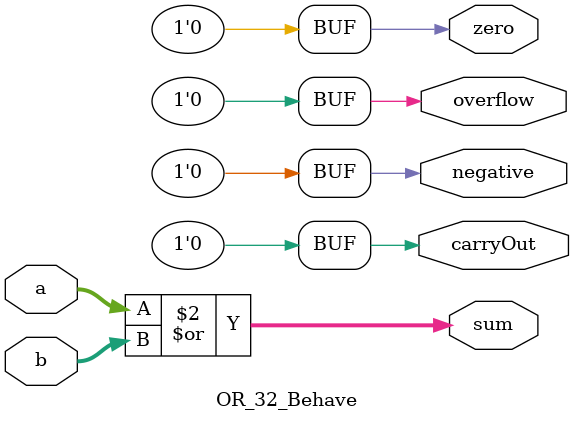
<source format=v>
module OR_32_Behave(a, b, sum, zero, overflow, carryOut, negative);

input wire [31:0] a, b;
output wire [31:0] sum;
output wire zero, overflow, carryOut, negative; 

	initial begin
		zero = 0;
		overflow = 0;
		carryOut = 0;
		negative = 0;
	end
	
	always @(*) begin 
		sum = a | b;
		zero = 0;
		overflow = 0;
		carryOut = 0;
		negative = 0;
	end
endmodule
</source>
